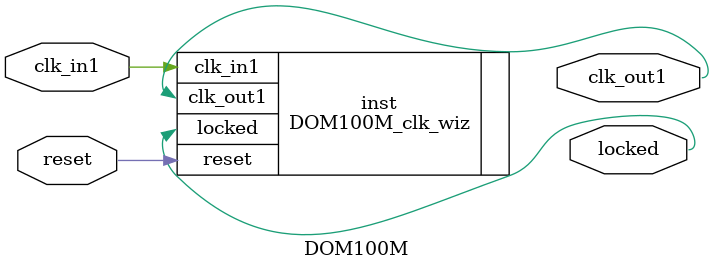
<source format=v>


`timescale 1ps/1ps

(* CORE_GENERATION_INFO = "DOM100M,clk_wiz_v6_0_4_0_0,{component_name=DOM100M,use_phase_alignment=true,use_min_o_jitter=false,use_max_i_jitter=false,use_dyn_phase_shift=false,use_inclk_switchover=false,use_dyn_reconfig=false,enable_axi=0,feedback_source=FDBK_AUTO,PRIMITIVE=MMCM,num_out_clk=1,clkin1_period=8.000,clkin2_period=10.000,use_power_down=false,use_reset=true,use_locked=true,use_inclk_stopped=false,feedback_type=SINGLE,CLOCK_MGR_TYPE=NA,manual_override=false}" *)

module DOM100M 
 (
  // Clock out ports
  output        clk_out1,
  // Status and control signals
  input         reset,
  output        locked,
 // Clock in ports
  input         clk_in1
 );

  DOM100M_clk_wiz inst
  (
  // Clock out ports  
  .clk_out1(clk_out1),
  // Status and control signals               
  .reset(reset), 
  .locked(locked),
 // Clock in ports
  .clk_in1(clk_in1)
  );

endmodule

</source>
